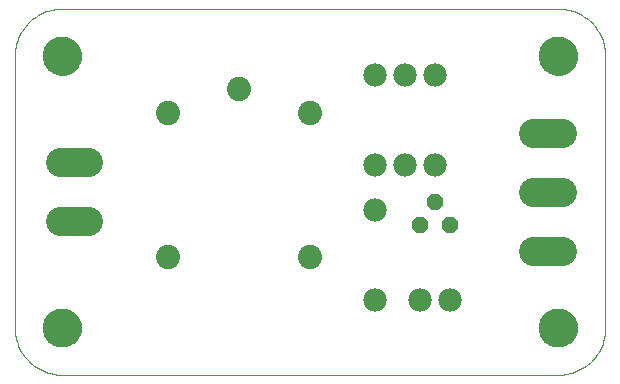
<source format=gbs>
G75*
G70*
%OFA0B0*%
%FSLAX24Y24*%
%IPPOS*%
%LPD*%
%AMOC8*
5,1,8,0,0,1.08239X$1,22.5*
%
%ADD10C,0.0780*%
%ADD11C,0.0977*%
%ADD12OC8,0.0520*%
%ADD13C,0.0808*%
%ADD14C,0.0000*%
%ADD15C,0.1300*%
D10*
X015135Y005916D03*
X016635Y005916D03*
X017635Y005916D03*
X015135Y008916D03*
X015135Y010416D03*
X016135Y010416D03*
X017135Y010416D03*
X017135Y013416D03*
X016135Y013416D03*
X015135Y013416D03*
D11*
X020422Y011475D02*
X021359Y011475D01*
X021359Y009506D02*
X020422Y009506D01*
X020422Y007538D02*
X021359Y007538D01*
X005591Y008534D02*
X004654Y008534D01*
X004654Y010502D02*
X005591Y010502D01*
D12*
X016635Y008416D03*
X017635Y008416D03*
X017135Y009166D03*
D13*
X012977Y007353D03*
X008253Y007353D03*
X008253Y012156D03*
X010615Y012943D03*
X012977Y012156D03*
D14*
X004709Y003416D02*
X021245Y003416D01*
X020615Y004990D02*
X020617Y005040D01*
X020623Y005090D01*
X020633Y005139D01*
X020647Y005187D01*
X020664Y005234D01*
X020685Y005279D01*
X020710Y005323D01*
X020738Y005364D01*
X020770Y005403D01*
X020804Y005440D01*
X020841Y005474D01*
X020881Y005504D01*
X020923Y005531D01*
X020967Y005555D01*
X021013Y005576D01*
X021060Y005592D01*
X021108Y005605D01*
X021158Y005614D01*
X021207Y005619D01*
X021258Y005620D01*
X021308Y005617D01*
X021357Y005610D01*
X021406Y005599D01*
X021454Y005584D01*
X021500Y005566D01*
X021545Y005544D01*
X021588Y005518D01*
X021629Y005489D01*
X021668Y005457D01*
X021704Y005422D01*
X021736Y005384D01*
X021766Y005344D01*
X021793Y005301D01*
X021816Y005257D01*
X021835Y005211D01*
X021851Y005163D01*
X021863Y005114D01*
X021871Y005065D01*
X021875Y005015D01*
X021875Y004965D01*
X021871Y004915D01*
X021863Y004866D01*
X021851Y004817D01*
X021835Y004769D01*
X021816Y004723D01*
X021793Y004679D01*
X021766Y004636D01*
X021736Y004596D01*
X021704Y004558D01*
X021668Y004523D01*
X021629Y004491D01*
X021588Y004462D01*
X021545Y004436D01*
X021500Y004414D01*
X021454Y004396D01*
X021406Y004381D01*
X021357Y004370D01*
X021308Y004363D01*
X021258Y004360D01*
X021207Y004361D01*
X021158Y004366D01*
X021108Y004375D01*
X021060Y004388D01*
X021013Y004404D01*
X020967Y004425D01*
X020923Y004449D01*
X020881Y004476D01*
X020841Y004506D01*
X020804Y004540D01*
X020770Y004577D01*
X020738Y004616D01*
X020710Y004657D01*
X020685Y004701D01*
X020664Y004746D01*
X020647Y004793D01*
X020633Y004841D01*
X020623Y004890D01*
X020617Y004940D01*
X020615Y004990D01*
X021245Y003415D02*
X021322Y003417D01*
X021399Y003423D01*
X021476Y003432D01*
X021552Y003445D01*
X021628Y003462D01*
X021702Y003483D01*
X021776Y003507D01*
X021848Y003535D01*
X021918Y003566D01*
X021987Y003601D01*
X022055Y003639D01*
X022120Y003680D01*
X022183Y003725D01*
X022244Y003773D01*
X022303Y003823D01*
X022359Y003876D01*
X022412Y003932D01*
X022462Y003991D01*
X022510Y004052D01*
X022555Y004115D01*
X022596Y004180D01*
X022634Y004248D01*
X022669Y004317D01*
X022700Y004387D01*
X022728Y004459D01*
X022752Y004533D01*
X022773Y004607D01*
X022790Y004683D01*
X022803Y004759D01*
X022812Y004836D01*
X022818Y004913D01*
X022820Y004990D01*
X022820Y014046D01*
X020615Y014046D02*
X020617Y014096D01*
X020623Y014146D01*
X020633Y014195D01*
X020647Y014243D01*
X020664Y014290D01*
X020685Y014335D01*
X020710Y014379D01*
X020738Y014420D01*
X020770Y014459D01*
X020804Y014496D01*
X020841Y014530D01*
X020881Y014560D01*
X020923Y014587D01*
X020967Y014611D01*
X021013Y014632D01*
X021060Y014648D01*
X021108Y014661D01*
X021158Y014670D01*
X021207Y014675D01*
X021258Y014676D01*
X021308Y014673D01*
X021357Y014666D01*
X021406Y014655D01*
X021454Y014640D01*
X021500Y014622D01*
X021545Y014600D01*
X021588Y014574D01*
X021629Y014545D01*
X021668Y014513D01*
X021704Y014478D01*
X021736Y014440D01*
X021766Y014400D01*
X021793Y014357D01*
X021816Y014313D01*
X021835Y014267D01*
X021851Y014219D01*
X021863Y014170D01*
X021871Y014121D01*
X021875Y014071D01*
X021875Y014021D01*
X021871Y013971D01*
X021863Y013922D01*
X021851Y013873D01*
X021835Y013825D01*
X021816Y013779D01*
X021793Y013735D01*
X021766Y013692D01*
X021736Y013652D01*
X021704Y013614D01*
X021668Y013579D01*
X021629Y013547D01*
X021588Y013518D01*
X021545Y013492D01*
X021500Y013470D01*
X021454Y013452D01*
X021406Y013437D01*
X021357Y013426D01*
X021308Y013419D01*
X021258Y013416D01*
X021207Y013417D01*
X021158Y013422D01*
X021108Y013431D01*
X021060Y013444D01*
X021013Y013460D01*
X020967Y013481D01*
X020923Y013505D01*
X020881Y013532D01*
X020841Y013562D01*
X020804Y013596D01*
X020770Y013633D01*
X020738Y013672D01*
X020710Y013713D01*
X020685Y013757D01*
X020664Y013802D01*
X020647Y013849D01*
X020633Y013897D01*
X020623Y013946D01*
X020617Y013996D01*
X020615Y014046D01*
X021245Y015621D02*
X021322Y015619D01*
X021399Y015613D01*
X021476Y015604D01*
X021552Y015591D01*
X021628Y015574D01*
X021702Y015553D01*
X021776Y015529D01*
X021848Y015501D01*
X021918Y015470D01*
X021987Y015435D01*
X022055Y015397D01*
X022120Y015356D01*
X022183Y015311D01*
X022244Y015263D01*
X022303Y015213D01*
X022359Y015160D01*
X022412Y015104D01*
X022462Y015045D01*
X022510Y014984D01*
X022555Y014921D01*
X022596Y014856D01*
X022634Y014788D01*
X022669Y014719D01*
X022700Y014649D01*
X022728Y014577D01*
X022752Y014503D01*
X022773Y014429D01*
X022790Y014353D01*
X022803Y014277D01*
X022812Y014200D01*
X022818Y014123D01*
X022820Y014046D01*
X021245Y015620D02*
X004709Y015620D01*
X004079Y014046D02*
X004081Y014096D01*
X004087Y014146D01*
X004097Y014195D01*
X004111Y014243D01*
X004128Y014290D01*
X004149Y014335D01*
X004174Y014379D01*
X004202Y014420D01*
X004234Y014459D01*
X004268Y014496D01*
X004305Y014530D01*
X004345Y014560D01*
X004387Y014587D01*
X004431Y014611D01*
X004477Y014632D01*
X004524Y014648D01*
X004572Y014661D01*
X004622Y014670D01*
X004671Y014675D01*
X004722Y014676D01*
X004772Y014673D01*
X004821Y014666D01*
X004870Y014655D01*
X004918Y014640D01*
X004964Y014622D01*
X005009Y014600D01*
X005052Y014574D01*
X005093Y014545D01*
X005132Y014513D01*
X005168Y014478D01*
X005200Y014440D01*
X005230Y014400D01*
X005257Y014357D01*
X005280Y014313D01*
X005299Y014267D01*
X005315Y014219D01*
X005327Y014170D01*
X005335Y014121D01*
X005339Y014071D01*
X005339Y014021D01*
X005335Y013971D01*
X005327Y013922D01*
X005315Y013873D01*
X005299Y013825D01*
X005280Y013779D01*
X005257Y013735D01*
X005230Y013692D01*
X005200Y013652D01*
X005168Y013614D01*
X005132Y013579D01*
X005093Y013547D01*
X005052Y013518D01*
X005009Y013492D01*
X004964Y013470D01*
X004918Y013452D01*
X004870Y013437D01*
X004821Y013426D01*
X004772Y013419D01*
X004722Y013416D01*
X004671Y013417D01*
X004622Y013422D01*
X004572Y013431D01*
X004524Y013444D01*
X004477Y013460D01*
X004431Y013481D01*
X004387Y013505D01*
X004345Y013532D01*
X004305Y013562D01*
X004268Y013596D01*
X004234Y013633D01*
X004202Y013672D01*
X004174Y013713D01*
X004149Y013757D01*
X004128Y013802D01*
X004111Y013849D01*
X004097Y013897D01*
X004087Y013946D01*
X004081Y013996D01*
X004079Y014046D01*
X003134Y014046D02*
X003136Y014123D01*
X003142Y014200D01*
X003151Y014277D01*
X003164Y014353D01*
X003181Y014429D01*
X003202Y014503D01*
X003226Y014577D01*
X003254Y014649D01*
X003285Y014719D01*
X003320Y014788D01*
X003358Y014856D01*
X003399Y014921D01*
X003444Y014984D01*
X003492Y015045D01*
X003542Y015104D01*
X003595Y015160D01*
X003651Y015213D01*
X003710Y015263D01*
X003771Y015311D01*
X003834Y015356D01*
X003899Y015397D01*
X003967Y015435D01*
X004036Y015470D01*
X004106Y015501D01*
X004178Y015529D01*
X004252Y015553D01*
X004326Y015574D01*
X004402Y015591D01*
X004478Y015604D01*
X004555Y015613D01*
X004632Y015619D01*
X004709Y015621D01*
X003135Y014046D02*
X003135Y004990D01*
X004079Y004990D02*
X004081Y005040D01*
X004087Y005090D01*
X004097Y005139D01*
X004111Y005187D01*
X004128Y005234D01*
X004149Y005279D01*
X004174Y005323D01*
X004202Y005364D01*
X004234Y005403D01*
X004268Y005440D01*
X004305Y005474D01*
X004345Y005504D01*
X004387Y005531D01*
X004431Y005555D01*
X004477Y005576D01*
X004524Y005592D01*
X004572Y005605D01*
X004622Y005614D01*
X004671Y005619D01*
X004722Y005620D01*
X004772Y005617D01*
X004821Y005610D01*
X004870Y005599D01*
X004918Y005584D01*
X004964Y005566D01*
X005009Y005544D01*
X005052Y005518D01*
X005093Y005489D01*
X005132Y005457D01*
X005168Y005422D01*
X005200Y005384D01*
X005230Y005344D01*
X005257Y005301D01*
X005280Y005257D01*
X005299Y005211D01*
X005315Y005163D01*
X005327Y005114D01*
X005335Y005065D01*
X005339Y005015D01*
X005339Y004965D01*
X005335Y004915D01*
X005327Y004866D01*
X005315Y004817D01*
X005299Y004769D01*
X005280Y004723D01*
X005257Y004679D01*
X005230Y004636D01*
X005200Y004596D01*
X005168Y004558D01*
X005132Y004523D01*
X005093Y004491D01*
X005052Y004462D01*
X005009Y004436D01*
X004964Y004414D01*
X004918Y004396D01*
X004870Y004381D01*
X004821Y004370D01*
X004772Y004363D01*
X004722Y004360D01*
X004671Y004361D01*
X004622Y004366D01*
X004572Y004375D01*
X004524Y004388D01*
X004477Y004404D01*
X004431Y004425D01*
X004387Y004449D01*
X004345Y004476D01*
X004305Y004506D01*
X004268Y004540D01*
X004234Y004577D01*
X004202Y004616D01*
X004174Y004657D01*
X004149Y004701D01*
X004128Y004746D01*
X004111Y004793D01*
X004097Y004841D01*
X004087Y004890D01*
X004081Y004940D01*
X004079Y004990D01*
X003134Y004990D02*
X003136Y004913D01*
X003142Y004836D01*
X003151Y004759D01*
X003164Y004683D01*
X003181Y004607D01*
X003202Y004533D01*
X003226Y004459D01*
X003254Y004387D01*
X003285Y004317D01*
X003320Y004248D01*
X003358Y004180D01*
X003399Y004115D01*
X003444Y004052D01*
X003492Y003991D01*
X003542Y003932D01*
X003595Y003876D01*
X003651Y003823D01*
X003710Y003773D01*
X003771Y003725D01*
X003834Y003680D01*
X003899Y003639D01*
X003967Y003601D01*
X004036Y003566D01*
X004106Y003535D01*
X004178Y003507D01*
X004252Y003483D01*
X004326Y003462D01*
X004402Y003445D01*
X004478Y003432D01*
X004555Y003423D01*
X004632Y003417D01*
X004709Y003415D01*
D15*
X004709Y004990D03*
X004709Y014046D03*
X021245Y014046D03*
X021245Y004990D03*
M02*

</source>
